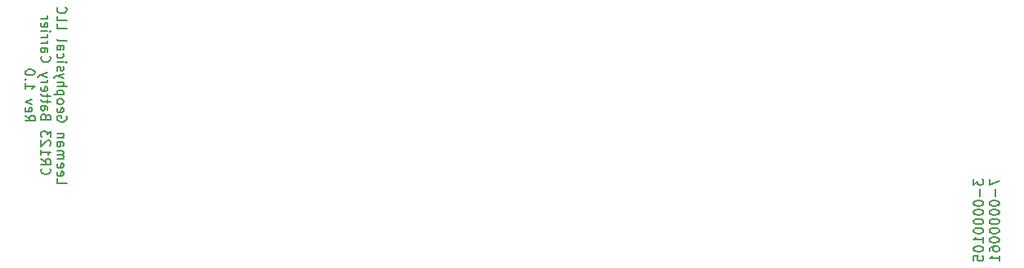
<source format=gbr>
G04 #@! TF.GenerationSoftware,KiCad,Pcbnew,(5.1.7)-1*
G04 #@! TF.CreationDate,2021-11-03T15:22:26-05:00*
G04 #@! TF.ProjectId,battery_pack,62617474-6572-4795-9f70-61636b2e6b69,1.0*
G04 #@! TF.SameCoordinates,Original*
G04 #@! TF.FileFunction,Legend,Bot*
G04 #@! TF.FilePolarity,Positive*
%FSLAX46Y46*%
G04 Gerber Fmt 4.6, Leading zero omitted, Abs format (unit mm)*
G04 Created by KiCad (PCBNEW (5.1.7)-1) date 2021-11-03 15:22:26*
%MOMM*%
%LPD*%
G01*
G04 APERTURE LIST*
%ADD10C,0.150000*%
G04 APERTURE END LIST*
D10*
X198271380Y-106966285D02*
X198271380Y-107585333D01*
X198652333Y-107252000D01*
X198652333Y-107394857D01*
X198699952Y-107490095D01*
X198747571Y-107537714D01*
X198842809Y-107585333D01*
X199080904Y-107585333D01*
X199176142Y-107537714D01*
X199223761Y-107490095D01*
X199271380Y-107394857D01*
X199271380Y-107109142D01*
X199223761Y-107013904D01*
X199176142Y-106966285D01*
X198890428Y-108013904D02*
X198890428Y-108775809D01*
X198271380Y-109442476D02*
X198271380Y-109537714D01*
X198319000Y-109632952D01*
X198366619Y-109680571D01*
X198461857Y-109728190D01*
X198652333Y-109775809D01*
X198890428Y-109775809D01*
X199080904Y-109728190D01*
X199176142Y-109680571D01*
X199223761Y-109632952D01*
X199271380Y-109537714D01*
X199271380Y-109442476D01*
X199223761Y-109347238D01*
X199176142Y-109299619D01*
X199080904Y-109252000D01*
X198890428Y-109204380D01*
X198652333Y-109204380D01*
X198461857Y-109252000D01*
X198366619Y-109299619D01*
X198319000Y-109347238D01*
X198271380Y-109442476D01*
X198271380Y-110394857D02*
X198271380Y-110490095D01*
X198319000Y-110585333D01*
X198366619Y-110632952D01*
X198461857Y-110680571D01*
X198652333Y-110728190D01*
X198890428Y-110728190D01*
X199080904Y-110680571D01*
X199176142Y-110632952D01*
X199223761Y-110585333D01*
X199271380Y-110490095D01*
X199271380Y-110394857D01*
X199223761Y-110299619D01*
X199176142Y-110252000D01*
X199080904Y-110204380D01*
X198890428Y-110156761D01*
X198652333Y-110156761D01*
X198461857Y-110204380D01*
X198366619Y-110252000D01*
X198319000Y-110299619D01*
X198271380Y-110394857D01*
X198271380Y-111347238D02*
X198271380Y-111442476D01*
X198319000Y-111537714D01*
X198366619Y-111585333D01*
X198461857Y-111632952D01*
X198652333Y-111680571D01*
X198890428Y-111680571D01*
X199080904Y-111632952D01*
X199176142Y-111585333D01*
X199223761Y-111537714D01*
X199271380Y-111442476D01*
X199271380Y-111347238D01*
X199223761Y-111252000D01*
X199176142Y-111204380D01*
X199080904Y-111156761D01*
X198890428Y-111109142D01*
X198652333Y-111109142D01*
X198461857Y-111156761D01*
X198366619Y-111204380D01*
X198319000Y-111252000D01*
X198271380Y-111347238D01*
X198271380Y-112299619D02*
X198271380Y-112394857D01*
X198319000Y-112490095D01*
X198366619Y-112537714D01*
X198461857Y-112585333D01*
X198652333Y-112632952D01*
X198890428Y-112632952D01*
X199080904Y-112585333D01*
X199176142Y-112537714D01*
X199223761Y-112490095D01*
X199271380Y-112394857D01*
X199271380Y-112299619D01*
X199223761Y-112204380D01*
X199176142Y-112156761D01*
X199080904Y-112109142D01*
X198890428Y-112061523D01*
X198652333Y-112061523D01*
X198461857Y-112109142D01*
X198366619Y-112156761D01*
X198319000Y-112204380D01*
X198271380Y-112299619D01*
X199271380Y-113585333D02*
X199271380Y-113013904D01*
X199271380Y-113299619D02*
X198271380Y-113299619D01*
X198414238Y-113204380D01*
X198509476Y-113109142D01*
X198557095Y-113013904D01*
X198271380Y-114204380D02*
X198271380Y-114299619D01*
X198319000Y-114394857D01*
X198366619Y-114442476D01*
X198461857Y-114490095D01*
X198652333Y-114537714D01*
X198890428Y-114537714D01*
X199080904Y-114490095D01*
X199176142Y-114442476D01*
X199223761Y-114394857D01*
X199271380Y-114299619D01*
X199271380Y-114204380D01*
X199223761Y-114109142D01*
X199176142Y-114061523D01*
X199080904Y-114013904D01*
X198890428Y-113966285D01*
X198652333Y-113966285D01*
X198461857Y-114013904D01*
X198366619Y-114061523D01*
X198319000Y-114109142D01*
X198271380Y-114204380D01*
X198271380Y-115442476D02*
X198271380Y-114966285D01*
X198747571Y-114918666D01*
X198699952Y-114966285D01*
X198652333Y-115061523D01*
X198652333Y-115299619D01*
X198699952Y-115394857D01*
X198747571Y-115442476D01*
X198842809Y-115490095D01*
X199080904Y-115490095D01*
X199176142Y-115442476D01*
X199223761Y-115394857D01*
X199271380Y-115299619D01*
X199271380Y-115061523D01*
X199223761Y-114966285D01*
X199176142Y-114918666D01*
X199921380Y-106966285D02*
X199921380Y-107632952D01*
X200921380Y-107204380D01*
X200540428Y-108013904D02*
X200540428Y-108775809D01*
X199921380Y-109442476D02*
X199921380Y-109537714D01*
X199969000Y-109632952D01*
X200016619Y-109680571D01*
X200111857Y-109728190D01*
X200302333Y-109775809D01*
X200540428Y-109775809D01*
X200730904Y-109728190D01*
X200826142Y-109680571D01*
X200873761Y-109632952D01*
X200921380Y-109537714D01*
X200921380Y-109442476D01*
X200873761Y-109347238D01*
X200826142Y-109299619D01*
X200730904Y-109252000D01*
X200540428Y-109204380D01*
X200302333Y-109204380D01*
X200111857Y-109252000D01*
X200016619Y-109299619D01*
X199969000Y-109347238D01*
X199921380Y-109442476D01*
X199921380Y-110394857D02*
X199921380Y-110490095D01*
X199969000Y-110585333D01*
X200016619Y-110632952D01*
X200111857Y-110680571D01*
X200302333Y-110728190D01*
X200540428Y-110728190D01*
X200730904Y-110680571D01*
X200826142Y-110632952D01*
X200873761Y-110585333D01*
X200921380Y-110490095D01*
X200921380Y-110394857D01*
X200873761Y-110299619D01*
X200826142Y-110252000D01*
X200730904Y-110204380D01*
X200540428Y-110156761D01*
X200302333Y-110156761D01*
X200111857Y-110204380D01*
X200016619Y-110252000D01*
X199969000Y-110299619D01*
X199921380Y-110394857D01*
X199921380Y-111347238D02*
X199921380Y-111442476D01*
X199969000Y-111537714D01*
X200016619Y-111585333D01*
X200111857Y-111632952D01*
X200302333Y-111680571D01*
X200540428Y-111680571D01*
X200730904Y-111632952D01*
X200826142Y-111585333D01*
X200873761Y-111537714D01*
X200921380Y-111442476D01*
X200921380Y-111347238D01*
X200873761Y-111252000D01*
X200826142Y-111204380D01*
X200730904Y-111156761D01*
X200540428Y-111109142D01*
X200302333Y-111109142D01*
X200111857Y-111156761D01*
X200016619Y-111204380D01*
X199969000Y-111252000D01*
X199921380Y-111347238D01*
X199921380Y-112299619D02*
X199921380Y-112394857D01*
X199969000Y-112490095D01*
X200016619Y-112537714D01*
X200111857Y-112585333D01*
X200302333Y-112632952D01*
X200540428Y-112632952D01*
X200730904Y-112585333D01*
X200826142Y-112537714D01*
X200873761Y-112490095D01*
X200921380Y-112394857D01*
X200921380Y-112299619D01*
X200873761Y-112204380D01*
X200826142Y-112156761D01*
X200730904Y-112109142D01*
X200540428Y-112061523D01*
X200302333Y-112061523D01*
X200111857Y-112109142D01*
X200016619Y-112156761D01*
X199969000Y-112204380D01*
X199921380Y-112299619D01*
X199921380Y-113252000D02*
X199921380Y-113347238D01*
X199969000Y-113442476D01*
X200016619Y-113490095D01*
X200111857Y-113537714D01*
X200302333Y-113585333D01*
X200540428Y-113585333D01*
X200730904Y-113537714D01*
X200826142Y-113490095D01*
X200873761Y-113442476D01*
X200921380Y-113347238D01*
X200921380Y-113252000D01*
X200873761Y-113156761D01*
X200826142Y-113109142D01*
X200730904Y-113061523D01*
X200540428Y-113013904D01*
X200302333Y-113013904D01*
X200111857Y-113061523D01*
X200016619Y-113109142D01*
X199969000Y-113156761D01*
X199921380Y-113252000D01*
X199921380Y-114442476D02*
X199921380Y-114252000D01*
X199969000Y-114156761D01*
X200016619Y-114109142D01*
X200159476Y-114013904D01*
X200349952Y-113966285D01*
X200730904Y-113966285D01*
X200826142Y-114013904D01*
X200873761Y-114061523D01*
X200921380Y-114156761D01*
X200921380Y-114347238D01*
X200873761Y-114442476D01*
X200826142Y-114490095D01*
X200730904Y-114537714D01*
X200492809Y-114537714D01*
X200397571Y-114490095D01*
X200349952Y-114442476D01*
X200302333Y-114347238D01*
X200302333Y-114156761D01*
X200349952Y-114061523D01*
X200397571Y-114013904D01*
X200492809Y-113966285D01*
X200921380Y-115490095D02*
X200921380Y-114918666D01*
X200921380Y-115204380D02*
X199921380Y-115204380D01*
X200064238Y-115109142D01*
X200159476Y-115013904D01*
X200207095Y-114918666D01*
X103305619Y-106940857D02*
X103305619Y-107417047D01*
X104305619Y-107417047D01*
X103353238Y-106226571D02*
X103305619Y-106321809D01*
X103305619Y-106512285D01*
X103353238Y-106607523D01*
X103448476Y-106655142D01*
X103829428Y-106655142D01*
X103924666Y-106607523D01*
X103972285Y-106512285D01*
X103972285Y-106321809D01*
X103924666Y-106226571D01*
X103829428Y-106178952D01*
X103734190Y-106178952D01*
X103638952Y-106655142D01*
X103353238Y-105369428D02*
X103305619Y-105464666D01*
X103305619Y-105655142D01*
X103353238Y-105750380D01*
X103448476Y-105798000D01*
X103829428Y-105798000D01*
X103924666Y-105750380D01*
X103972285Y-105655142D01*
X103972285Y-105464666D01*
X103924666Y-105369428D01*
X103829428Y-105321809D01*
X103734190Y-105321809D01*
X103638952Y-105798000D01*
X103305619Y-104893238D02*
X103972285Y-104893238D01*
X103877047Y-104893238D02*
X103924666Y-104845619D01*
X103972285Y-104750380D01*
X103972285Y-104607523D01*
X103924666Y-104512285D01*
X103829428Y-104464666D01*
X103305619Y-104464666D01*
X103829428Y-104464666D02*
X103924666Y-104417047D01*
X103972285Y-104321809D01*
X103972285Y-104178952D01*
X103924666Y-104083714D01*
X103829428Y-104036095D01*
X103305619Y-104036095D01*
X103305619Y-103131333D02*
X103829428Y-103131333D01*
X103924666Y-103178952D01*
X103972285Y-103274190D01*
X103972285Y-103464666D01*
X103924666Y-103559904D01*
X103353238Y-103131333D02*
X103305619Y-103226571D01*
X103305619Y-103464666D01*
X103353238Y-103559904D01*
X103448476Y-103607523D01*
X103543714Y-103607523D01*
X103638952Y-103559904D01*
X103686571Y-103464666D01*
X103686571Y-103226571D01*
X103734190Y-103131333D01*
X103972285Y-102655142D02*
X103305619Y-102655142D01*
X103877047Y-102655142D02*
X103924666Y-102607523D01*
X103972285Y-102512285D01*
X103972285Y-102369428D01*
X103924666Y-102274190D01*
X103829428Y-102226571D01*
X103305619Y-102226571D01*
X104258000Y-100464666D02*
X104305619Y-100559904D01*
X104305619Y-100702761D01*
X104258000Y-100845619D01*
X104162761Y-100940857D01*
X104067523Y-100988476D01*
X103877047Y-101036095D01*
X103734190Y-101036095D01*
X103543714Y-100988476D01*
X103448476Y-100940857D01*
X103353238Y-100845619D01*
X103305619Y-100702761D01*
X103305619Y-100607523D01*
X103353238Y-100464666D01*
X103400857Y-100417047D01*
X103734190Y-100417047D01*
X103734190Y-100607523D01*
X103353238Y-99607523D02*
X103305619Y-99702761D01*
X103305619Y-99893238D01*
X103353238Y-99988476D01*
X103448476Y-100036095D01*
X103829428Y-100036095D01*
X103924666Y-99988476D01*
X103972285Y-99893238D01*
X103972285Y-99702761D01*
X103924666Y-99607523D01*
X103829428Y-99559904D01*
X103734190Y-99559904D01*
X103638952Y-100036095D01*
X103305619Y-98988476D02*
X103353238Y-99083714D01*
X103400857Y-99131333D01*
X103496095Y-99178952D01*
X103781809Y-99178952D01*
X103877047Y-99131333D01*
X103924666Y-99083714D01*
X103972285Y-98988476D01*
X103972285Y-98845619D01*
X103924666Y-98750380D01*
X103877047Y-98702761D01*
X103781809Y-98655142D01*
X103496095Y-98655142D01*
X103400857Y-98702761D01*
X103353238Y-98750380D01*
X103305619Y-98845619D01*
X103305619Y-98988476D01*
X103972285Y-98226571D02*
X102972285Y-98226571D01*
X103924666Y-98226571D02*
X103972285Y-98131333D01*
X103972285Y-97940857D01*
X103924666Y-97845619D01*
X103877047Y-97798000D01*
X103781809Y-97750380D01*
X103496095Y-97750380D01*
X103400857Y-97798000D01*
X103353238Y-97845619D01*
X103305619Y-97940857D01*
X103305619Y-98131333D01*
X103353238Y-98226571D01*
X103305619Y-97321809D02*
X104305619Y-97321809D01*
X103305619Y-96893238D02*
X103829428Y-96893238D01*
X103924666Y-96940857D01*
X103972285Y-97036095D01*
X103972285Y-97178952D01*
X103924666Y-97274190D01*
X103877047Y-97321809D01*
X103972285Y-96512285D02*
X103305619Y-96274190D01*
X103972285Y-96036095D02*
X103305619Y-96274190D01*
X103067523Y-96369428D01*
X103019904Y-96417047D01*
X102972285Y-96512285D01*
X103353238Y-95702761D02*
X103305619Y-95607523D01*
X103305619Y-95417047D01*
X103353238Y-95321809D01*
X103448476Y-95274190D01*
X103496095Y-95274190D01*
X103591333Y-95321809D01*
X103638952Y-95417047D01*
X103638952Y-95559904D01*
X103686571Y-95655142D01*
X103781809Y-95702761D01*
X103829428Y-95702761D01*
X103924666Y-95655142D01*
X103972285Y-95559904D01*
X103972285Y-95417047D01*
X103924666Y-95321809D01*
X103305619Y-94845619D02*
X103972285Y-94845619D01*
X104305619Y-94845619D02*
X104258000Y-94893238D01*
X104210380Y-94845619D01*
X104258000Y-94798000D01*
X104305619Y-94845619D01*
X104210380Y-94845619D01*
X103353238Y-93940857D02*
X103305619Y-94036095D01*
X103305619Y-94226571D01*
X103353238Y-94321809D01*
X103400857Y-94369428D01*
X103496095Y-94417047D01*
X103781809Y-94417047D01*
X103877047Y-94369428D01*
X103924666Y-94321809D01*
X103972285Y-94226571D01*
X103972285Y-94036095D01*
X103924666Y-93940857D01*
X103305619Y-93083714D02*
X103829428Y-93083714D01*
X103924666Y-93131333D01*
X103972285Y-93226571D01*
X103972285Y-93417047D01*
X103924666Y-93512285D01*
X103353238Y-93083714D02*
X103305619Y-93178952D01*
X103305619Y-93417047D01*
X103353238Y-93512285D01*
X103448476Y-93559904D01*
X103543714Y-93559904D01*
X103638952Y-93512285D01*
X103686571Y-93417047D01*
X103686571Y-93178952D01*
X103734190Y-93083714D01*
X103305619Y-92464666D02*
X103353238Y-92559904D01*
X103448476Y-92607523D01*
X104305619Y-92607523D01*
X103305619Y-90845619D02*
X103305619Y-91321809D01*
X104305619Y-91321809D01*
X103305619Y-90036095D02*
X103305619Y-90512285D01*
X104305619Y-90512285D01*
X103400857Y-89131333D02*
X103353238Y-89178952D01*
X103305619Y-89321809D01*
X103305619Y-89417047D01*
X103353238Y-89559904D01*
X103448476Y-89655142D01*
X103543714Y-89702761D01*
X103734190Y-89750380D01*
X103877047Y-89750380D01*
X104067523Y-89702761D01*
X104162761Y-89655142D01*
X104258000Y-89559904D01*
X104305619Y-89417047D01*
X104305619Y-89321809D01*
X104258000Y-89178952D01*
X104210380Y-89131333D01*
X101750857Y-105869428D02*
X101703238Y-105917047D01*
X101655619Y-106059904D01*
X101655619Y-106155142D01*
X101703238Y-106298000D01*
X101798476Y-106393238D01*
X101893714Y-106440857D01*
X102084190Y-106488476D01*
X102227047Y-106488476D01*
X102417523Y-106440857D01*
X102512761Y-106393238D01*
X102608000Y-106298000D01*
X102655619Y-106155142D01*
X102655619Y-106059904D01*
X102608000Y-105917047D01*
X102560380Y-105869428D01*
X101655619Y-104869428D02*
X102131809Y-105202761D01*
X101655619Y-105440857D02*
X102655619Y-105440857D01*
X102655619Y-105059904D01*
X102608000Y-104964666D01*
X102560380Y-104917047D01*
X102465142Y-104869428D01*
X102322285Y-104869428D01*
X102227047Y-104917047D01*
X102179428Y-104964666D01*
X102131809Y-105059904D01*
X102131809Y-105440857D01*
X101655619Y-103917047D02*
X101655619Y-104488476D01*
X101655619Y-104202761D02*
X102655619Y-104202761D01*
X102512761Y-104298000D01*
X102417523Y-104393238D01*
X102369904Y-104488476D01*
X102560380Y-103536095D02*
X102608000Y-103488476D01*
X102655619Y-103393238D01*
X102655619Y-103155142D01*
X102608000Y-103059904D01*
X102560380Y-103012285D01*
X102465142Y-102964666D01*
X102369904Y-102964666D01*
X102227047Y-103012285D01*
X101655619Y-103583714D01*
X101655619Y-102964666D01*
X102655619Y-102631333D02*
X102655619Y-102012285D01*
X102274666Y-102345619D01*
X102274666Y-102202761D01*
X102227047Y-102107523D01*
X102179428Y-102059904D01*
X102084190Y-102012285D01*
X101846095Y-102012285D01*
X101750857Y-102059904D01*
X101703238Y-102107523D01*
X101655619Y-102202761D01*
X101655619Y-102488476D01*
X101703238Y-102583714D01*
X101750857Y-102631333D01*
X102179428Y-100488476D02*
X102131809Y-100345619D01*
X102084190Y-100298000D01*
X101988952Y-100250380D01*
X101846095Y-100250380D01*
X101750857Y-100298000D01*
X101703238Y-100345619D01*
X101655619Y-100440857D01*
X101655619Y-100821809D01*
X102655619Y-100821809D01*
X102655619Y-100488476D01*
X102608000Y-100393238D01*
X102560380Y-100345619D01*
X102465142Y-100298000D01*
X102369904Y-100298000D01*
X102274666Y-100345619D01*
X102227047Y-100393238D01*
X102179428Y-100488476D01*
X102179428Y-100821809D01*
X101655619Y-99393238D02*
X102179428Y-99393238D01*
X102274666Y-99440857D01*
X102322285Y-99536095D01*
X102322285Y-99726571D01*
X102274666Y-99821809D01*
X101703238Y-99393238D02*
X101655619Y-99488476D01*
X101655619Y-99726571D01*
X101703238Y-99821809D01*
X101798476Y-99869428D01*
X101893714Y-99869428D01*
X101988952Y-99821809D01*
X102036571Y-99726571D01*
X102036571Y-99488476D01*
X102084190Y-99393238D01*
X102322285Y-99059904D02*
X102322285Y-98678952D01*
X102655619Y-98917047D02*
X101798476Y-98917047D01*
X101703238Y-98869428D01*
X101655619Y-98774190D01*
X101655619Y-98678952D01*
X102322285Y-98488476D02*
X102322285Y-98107523D01*
X102655619Y-98345619D02*
X101798476Y-98345619D01*
X101703238Y-98298000D01*
X101655619Y-98202761D01*
X101655619Y-98107523D01*
X101703238Y-97393238D02*
X101655619Y-97488476D01*
X101655619Y-97678952D01*
X101703238Y-97774190D01*
X101798476Y-97821809D01*
X102179428Y-97821809D01*
X102274666Y-97774190D01*
X102322285Y-97678952D01*
X102322285Y-97488476D01*
X102274666Y-97393238D01*
X102179428Y-97345619D01*
X102084190Y-97345619D01*
X101988952Y-97821809D01*
X101655619Y-96917047D02*
X102322285Y-96917047D01*
X102131809Y-96917047D02*
X102227047Y-96869428D01*
X102274666Y-96821809D01*
X102322285Y-96726571D01*
X102322285Y-96631333D01*
X102322285Y-96393238D02*
X101655619Y-96155142D01*
X102322285Y-95917047D02*
X101655619Y-96155142D01*
X101417523Y-96250380D01*
X101369904Y-96298000D01*
X101322285Y-96393238D01*
X101750857Y-94202761D02*
X101703238Y-94250380D01*
X101655619Y-94393238D01*
X101655619Y-94488476D01*
X101703238Y-94631333D01*
X101798476Y-94726571D01*
X101893714Y-94774190D01*
X102084190Y-94821809D01*
X102227047Y-94821809D01*
X102417523Y-94774190D01*
X102512761Y-94726571D01*
X102608000Y-94631333D01*
X102655619Y-94488476D01*
X102655619Y-94393238D01*
X102608000Y-94250380D01*
X102560380Y-94202761D01*
X101655619Y-93345619D02*
X102179428Y-93345619D01*
X102274666Y-93393238D01*
X102322285Y-93488476D01*
X102322285Y-93678952D01*
X102274666Y-93774190D01*
X101703238Y-93345619D02*
X101655619Y-93440857D01*
X101655619Y-93678952D01*
X101703238Y-93774190D01*
X101798476Y-93821809D01*
X101893714Y-93821809D01*
X101988952Y-93774190D01*
X102036571Y-93678952D01*
X102036571Y-93440857D01*
X102084190Y-93345619D01*
X101655619Y-92869428D02*
X102322285Y-92869428D01*
X102131809Y-92869428D02*
X102227047Y-92821809D01*
X102274666Y-92774190D01*
X102322285Y-92678952D01*
X102322285Y-92583714D01*
X101655619Y-92250380D02*
X102322285Y-92250380D01*
X102131809Y-92250380D02*
X102227047Y-92202761D01*
X102274666Y-92155142D01*
X102322285Y-92059904D01*
X102322285Y-91964666D01*
X101655619Y-91631333D02*
X102322285Y-91631333D01*
X102655619Y-91631333D02*
X102608000Y-91678952D01*
X102560380Y-91631333D01*
X102608000Y-91583714D01*
X102655619Y-91631333D01*
X102560380Y-91631333D01*
X101703238Y-90774190D02*
X101655619Y-90869428D01*
X101655619Y-91059904D01*
X101703238Y-91155142D01*
X101798476Y-91202761D01*
X102179428Y-91202761D01*
X102274666Y-91155142D01*
X102322285Y-91059904D01*
X102322285Y-90869428D01*
X102274666Y-90774190D01*
X102179428Y-90726571D01*
X102084190Y-90726571D01*
X101988952Y-91202761D01*
X101655619Y-90298000D02*
X102322285Y-90298000D01*
X102131809Y-90298000D02*
X102227047Y-90250380D01*
X102274666Y-90202761D01*
X102322285Y-90107523D01*
X102322285Y-90012285D01*
X100005619Y-100369428D02*
X100481809Y-100702761D01*
X100005619Y-100940857D02*
X101005619Y-100940857D01*
X101005619Y-100559904D01*
X100958000Y-100464666D01*
X100910380Y-100417047D01*
X100815142Y-100369428D01*
X100672285Y-100369428D01*
X100577047Y-100417047D01*
X100529428Y-100464666D01*
X100481809Y-100559904D01*
X100481809Y-100940857D01*
X100053238Y-99559904D02*
X100005619Y-99655142D01*
X100005619Y-99845619D01*
X100053238Y-99940857D01*
X100148476Y-99988476D01*
X100529428Y-99988476D01*
X100624666Y-99940857D01*
X100672285Y-99845619D01*
X100672285Y-99655142D01*
X100624666Y-99559904D01*
X100529428Y-99512285D01*
X100434190Y-99512285D01*
X100338952Y-99988476D01*
X100672285Y-99178952D02*
X100005619Y-98940857D01*
X100672285Y-98702761D01*
X100005619Y-97036095D02*
X100005619Y-97607523D01*
X100005619Y-97321809D02*
X101005619Y-97321809D01*
X100862761Y-97417047D01*
X100767523Y-97512285D01*
X100719904Y-97607523D01*
X100100857Y-96607523D02*
X100053238Y-96559904D01*
X100005619Y-96607523D01*
X100053238Y-96655142D01*
X100100857Y-96607523D01*
X100005619Y-96607523D01*
X101005619Y-95940857D02*
X101005619Y-95845619D01*
X100958000Y-95750380D01*
X100910380Y-95702761D01*
X100815142Y-95655142D01*
X100624666Y-95607523D01*
X100386571Y-95607523D01*
X100196095Y-95655142D01*
X100100857Y-95702761D01*
X100053238Y-95750380D01*
X100005619Y-95845619D01*
X100005619Y-95940857D01*
X100053238Y-96036095D01*
X100100857Y-96083714D01*
X100196095Y-96131333D01*
X100386571Y-96178952D01*
X100624666Y-96178952D01*
X100815142Y-96131333D01*
X100910380Y-96083714D01*
X100958000Y-96036095D01*
X101005619Y-95940857D01*
M02*

</source>
